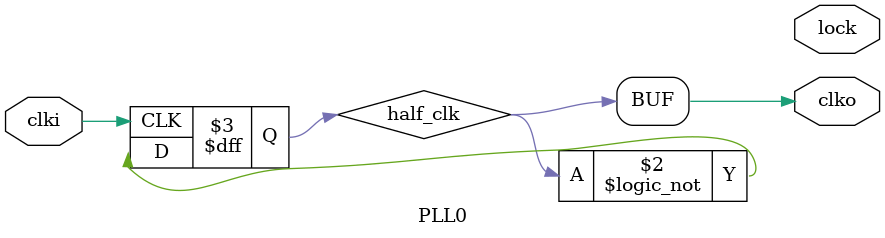
<source format=v>
module PLL0
(
    input clki, // 50 MHz
    output clko, // 25 MHz
    output lock
);

reg half_clk;
assign clko = half_clk;

always @(posedge clki) begin
    half_clk <= !half_clk;
end

endmodule


</source>
